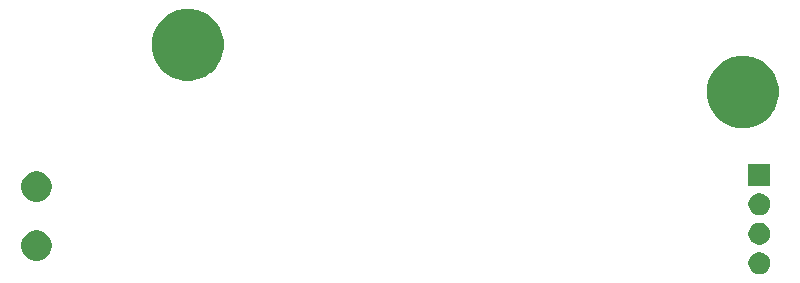
<source format=gbr>
%TF.GenerationSoftware,KiCad,Pcbnew,(5.1.4)-1*%
%TF.CreationDate,2020-02-28T22:37:56+08:00*%
%TF.ProjectId,power,706f7765-722e-46b6-9963-61645f706362,rev?*%
%TF.SameCoordinates,Original*%
%TF.FileFunction,Soldermask,Bot*%
%TF.FilePolarity,Negative*%
%FSLAX46Y46*%
G04 Gerber Fmt 4.6, Leading zero omitted, Abs format (unit mm)*
G04 Created by KiCad (PCBNEW (5.1.4)-1) date 2020-02-28 22:37:56*
%MOMM*%
%LPD*%
G04 APERTURE LIST*
%ADD10C,0.350000*%
G04 APERTURE END LIST*
D10*
G36*
X85070104Y-63859585D02*
G01*
X85238626Y-63929389D01*
X85390291Y-64030728D01*
X85519272Y-64159709D01*
X85620611Y-64311374D01*
X85690415Y-64479896D01*
X85726000Y-64658797D01*
X85726000Y-64841203D01*
X85690415Y-65020104D01*
X85620611Y-65188626D01*
X85519272Y-65340291D01*
X85390291Y-65469272D01*
X85238626Y-65570611D01*
X85070104Y-65640415D01*
X84891203Y-65676000D01*
X84708797Y-65676000D01*
X84529896Y-65640415D01*
X84361374Y-65570611D01*
X84209709Y-65469272D01*
X84080728Y-65340291D01*
X83979389Y-65188626D01*
X83909585Y-65020104D01*
X83874000Y-64841203D01*
X83874000Y-64658797D01*
X83909585Y-64479896D01*
X83979389Y-64311374D01*
X84080728Y-64159709D01*
X84209709Y-64030728D01*
X84361374Y-63929389D01*
X84529896Y-63859585D01*
X84708797Y-63824000D01*
X84891203Y-63824000D01*
X85070104Y-63859585D01*
X85070104Y-63859585D01*
G37*
G36*
X23979487Y-61998996D02*
G01*
X24216253Y-62097068D01*
X24216255Y-62097069D01*
X24429339Y-62239447D01*
X24610553Y-62420661D01*
X24676999Y-62520104D01*
X24752932Y-62633747D01*
X24851004Y-62870513D01*
X24901000Y-63121861D01*
X24901000Y-63378139D01*
X24851004Y-63629487D01*
X24752932Y-63866253D01*
X24752931Y-63866255D01*
X24610553Y-64079339D01*
X24429339Y-64260553D01*
X24216255Y-64402931D01*
X24216254Y-64402932D01*
X24216253Y-64402932D01*
X23979487Y-64501004D01*
X23728139Y-64551000D01*
X23471861Y-64551000D01*
X23220513Y-64501004D01*
X22983747Y-64402932D01*
X22983746Y-64402932D01*
X22983745Y-64402931D01*
X22770661Y-64260553D01*
X22589447Y-64079339D01*
X22447069Y-63866255D01*
X22447068Y-63866253D01*
X22348996Y-63629487D01*
X22299000Y-63378139D01*
X22299000Y-63121861D01*
X22348996Y-62870513D01*
X22447068Y-62633747D01*
X22523002Y-62520104D01*
X22589447Y-62420661D01*
X22770661Y-62239447D01*
X22983745Y-62097069D01*
X22983747Y-62097068D01*
X23220513Y-61998996D01*
X23471861Y-61949000D01*
X23728139Y-61949000D01*
X23979487Y-61998996D01*
X23979487Y-61998996D01*
G37*
G36*
X85070104Y-61359585D02*
G01*
X85238626Y-61429389D01*
X85390291Y-61530728D01*
X85519272Y-61659709D01*
X85620611Y-61811374D01*
X85690415Y-61979896D01*
X85726000Y-62158797D01*
X85726000Y-62341203D01*
X85690415Y-62520104D01*
X85620611Y-62688626D01*
X85519272Y-62840291D01*
X85390291Y-62969272D01*
X85238626Y-63070611D01*
X85070104Y-63140415D01*
X84891203Y-63176000D01*
X84708797Y-63176000D01*
X84529896Y-63140415D01*
X84361374Y-63070611D01*
X84209709Y-62969272D01*
X84080728Y-62840291D01*
X83979389Y-62688626D01*
X83909585Y-62520104D01*
X83874000Y-62341203D01*
X83874000Y-62158797D01*
X83909585Y-61979896D01*
X83979389Y-61811374D01*
X84080728Y-61659709D01*
X84209709Y-61530728D01*
X84361374Y-61429389D01*
X84529896Y-61359585D01*
X84708797Y-61324000D01*
X84891203Y-61324000D01*
X85070104Y-61359585D01*
X85070104Y-61359585D01*
G37*
G36*
X85070104Y-58859585D02*
G01*
X85238626Y-58929389D01*
X85390291Y-59030728D01*
X85519272Y-59159709D01*
X85620611Y-59311374D01*
X85690415Y-59479896D01*
X85726000Y-59658797D01*
X85726000Y-59841203D01*
X85690415Y-60020104D01*
X85620611Y-60188626D01*
X85519272Y-60340291D01*
X85390291Y-60469272D01*
X85238626Y-60570611D01*
X85070104Y-60640415D01*
X84891203Y-60676000D01*
X84708797Y-60676000D01*
X84529896Y-60640415D01*
X84361374Y-60570611D01*
X84209709Y-60469272D01*
X84080728Y-60340291D01*
X83979389Y-60188626D01*
X83909585Y-60020104D01*
X83874000Y-59841203D01*
X83874000Y-59658797D01*
X83909585Y-59479896D01*
X83979389Y-59311374D01*
X84080728Y-59159709D01*
X84209709Y-59030728D01*
X84361374Y-58929389D01*
X84529896Y-58859585D01*
X84708797Y-58824000D01*
X84891203Y-58824000D01*
X85070104Y-58859585D01*
X85070104Y-58859585D01*
G37*
G36*
X23979487Y-56998996D02*
G01*
X24216253Y-57097068D01*
X24216255Y-57097069D01*
X24429339Y-57239447D01*
X24610553Y-57420661D01*
X24752932Y-57633747D01*
X24851004Y-57870513D01*
X24901000Y-58121861D01*
X24901000Y-58378139D01*
X24851004Y-58629487D01*
X24752932Y-58866253D01*
X24752931Y-58866255D01*
X24610553Y-59079339D01*
X24429339Y-59260553D01*
X24216255Y-59402931D01*
X24216254Y-59402932D01*
X24216253Y-59402932D01*
X23979487Y-59501004D01*
X23728139Y-59551000D01*
X23471861Y-59551000D01*
X23220513Y-59501004D01*
X22983747Y-59402932D01*
X22983746Y-59402932D01*
X22983745Y-59402931D01*
X22770661Y-59260553D01*
X22589447Y-59079339D01*
X22447069Y-58866255D01*
X22447068Y-58866253D01*
X22348996Y-58629487D01*
X22299000Y-58378139D01*
X22299000Y-58121861D01*
X22348996Y-57870513D01*
X22447068Y-57633747D01*
X22589447Y-57420661D01*
X22770661Y-57239447D01*
X22983745Y-57097069D01*
X22983747Y-57097068D01*
X23220513Y-56998996D01*
X23471861Y-56949000D01*
X23728139Y-56949000D01*
X23979487Y-56998996D01*
X23979487Y-56998996D01*
G37*
G36*
X85726000Y-58176000D02*
G01*
X83874000Y-58176000D01*
X83874000Y-56324000D01*
X85726000Y-56324000D01*
X85726000Y-58176000D01*
X85726000Y-58176000D01*
G37*
G36*
X84289943Y-47316248D02*
G01*
X84845189Y-47546238D01*
X85002169Y-47651129D01*
X85344899Y-47880134D01*
X85769866Y-48305101D01*
X85769867Y-48305103D01*
X86103762Y-48804811D01*
X86333752Y-49360057D01*
X86451000Y-49949501D01*
X86451000Y-50550499D01*
X86333752Y-51139943D01*
X86103762Y-51695189D01*
X86041872Y-51787814D01*
X85769866Y-52194899D01*
X85344899Y-52619866D01*
X85270736Y-52669420D01*
X84845189Y-52953762D01*
X84289943Y-53183752D01*
X83700499Y-53301000D01*
X83099501Y-53301000D01*
X82510057Y-53183752D01*
X81954811Y-52953762D01*
X81529264Y-52669420D01*
X81455101Y-52619866D01*
X81030134Y-52194899D01*
X80758128Y-51787814D01*
X80696238Y-51695189D01*
X80466248Y-51139943D01*
X80349000Y-50550499D01*
X80349000Y-49949501D01*
X80466248Y-49360057D01*
X80696238Y-48804811D01*
X81030133Y-48305103D01*
X81030134Y-48305101D01*
X81455101Y-47880134D01*
X81797831Y-47651129D01*
X81954811Y-47546238D01*
X82510057Y-47316248D01*
X83099501Y-47199000D01*
X83700499Y-47199000D01*
X84289943Y-47316248D01*
X84289943Y-47316248D01*
G37*
G36*
X37289943Y-43316248D02*
G01*
X37845189Y-43546238D01*
X38017497Y-43661371D01*
X38344899Y-43880134D01*
X38769866Y-44305101D01*
X38769867Y-44305103D01*
X39103762Y-44804811D01*
X39333752Y-45360057D01*
X39451000Y-45949501D01*
X39451000Y-46550499D01*
X39333752Y-47139943D01*
X39103762Y-47695189D01*
X39071516Y-47743448D01*
X38769866Y-48194899D01*
X38344899Y-48619866D01*
X38331480Y-48628832D01*
X37845189Y-48953762D01*
X37289943Y-49183752D01*
X36700499Y-49301000D01*
X36099501Y-49301000D01*
X35510057Y-49183752D01*
X34954811Y-48953762D01*
X34468520Y-48628832D01*
X34455101Y-48619866D01*
X34030134Y-48194899D01*
X33728484Y-47743448D01*
X33696238Y-47695189D01*
X33466248Y-47139943D01*
X33349000Y-46550499D01*
X33349000Y-45949501D01*
X33466248Y-45360057D01*
X33696238Y-44804811D01*
X34030133Y-44305103D01*
X34030134Y-44305101D01*
X34455101Y-43880134D01*
X34782503Y-43661371D01*
X34954811Y-43546238D01*
X35510057Y-43316248D01*
X36099501Y-43199000D01*
X36700499Y-43199000D01*
X37289943Y-43316248D01*
X37289943Y-43316248D01*
G37*
M02*

</source>
